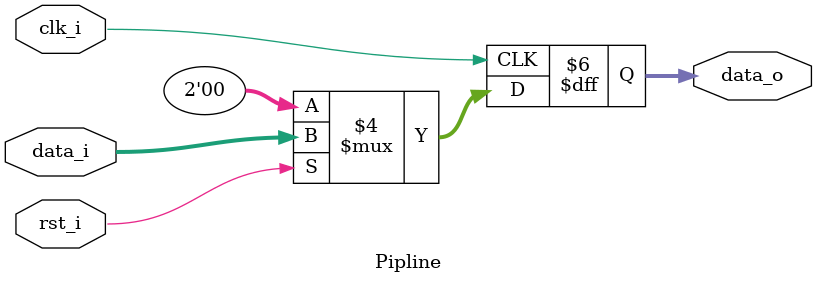
<source format=v>
`timescale 1ns / 1ps
 
module Pipline
#(
		parameter size = 0
)
(
		input clk_i,
		input rst_i,
		input [size-1:0] data_i,
		output reg [size-1:0] data_o
);

always@(posedge clk_i) begin
		if(rst_i == 0) begin
			data_o = 0;
		end
		else begin
		   data_o = data_i;
		end
end

endmodule

</source>
